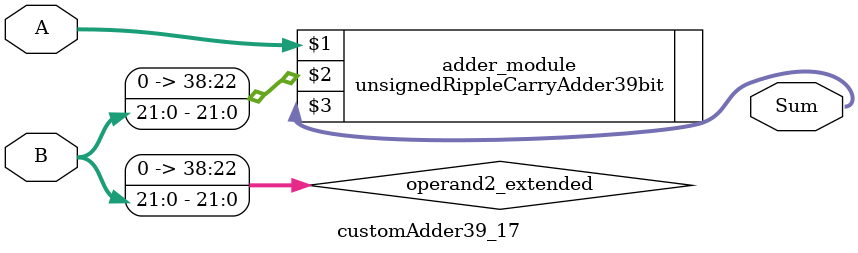
<source format=v>
module customAdder39_17(
                        input [38 : 0] A,
                        input [21 : 0] B,
                        
                        output [39 : 0] Sum
                );

        wire [38 : 0] operand2_extended;
        
        assign operand2_extended =  {17'b0, B};
        
        unsignedRippleCarryAdder39bit adder_module(
            A,
            operand2_extended,
            Sum
        );
        
        endmodule
        
</source>
